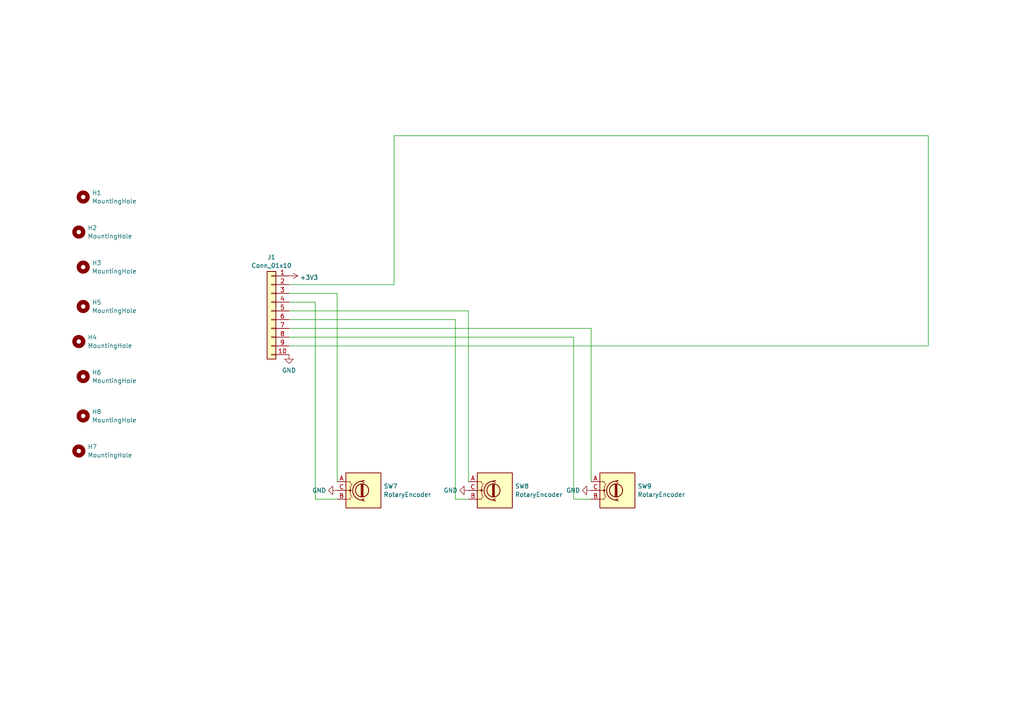
<source format=kicad_sch>
(kicad_sch (version 20231120) (generator "eeschema") (generator_version "8.0")
  (paper "A4")
  (lib_symbols
    (symbol "Connector_Generic:Conn_01x10" (pin_names (offset 1.016) hide)
      (property "Reference" "J" (at 0 12.7 0))
      (property "Value" "Conn_01x10" (at 0 -15.24 0))
      (symbol "Conn_01x10_1_1"
        (rectangle (start -1.27 -12.573) (end 0 -12.827) (stroke (width 0.1524)))
        (rectangle (start -1.27 -10.033) (end 0 -10.287) (stroke (width 0.1524)))
        (rectangle (start -1.27 -7.493) (end 0 -7.747) (stroke (width 0.1524)))
        (rectangle (start -1.27 -4.953) (end 0 -5.207) (stroke (width 0.1524)))
        (rectangle (start -1.27 -2.413) (end 0 -2.667) (stroke (width 0.1524)))
        (rectangle (start -1.27 0.127) (end 0 -0.127) (stroke (width 0.1524)))
        (rectangle (start -1.27 2.667) (end 0 2.413) (stroke (width 0.1524)))
        (rectangle (start -1.27 5.207) (end 0 4.953) (stroke (width 0.1524)))
        (rectangle (start -1.27 7.747) (end 0 7.493) (stroke (width 0.1524)))
        (rectangle (start -1.27 10.287) (end 0 10.033) (stroke (width 0.1524)))
        (rectangle (start -1.27 11.43) (end 1.27 -13.97) (stroke (width 0.254)) (fill (type background)))
        (pin passive line (at -5.08 10.16 0) (length 3.81) (name "Pin_1") (number "1"))
        (pin passive line (at -5.08 -12.7 0) (length 3.81) (name "Pin_10") (number "10"))
        (pin passive line (at -5.08 7.62 0) (length 3.81) (name "Pin_2") (number "2"))
        (pin passive line (at -5.08 5.08 0) (length 3.81) (name "Pin_3") (number "3"))
        (pin passive line (at -5.08 2.54 0) (length 3.81) (name "Pin_4") (number "4"))
        (pin passive line (at -5.08 0 0) (length 3.81) (name "Pin_5") (number "5"))
        (pin passive line (at -5.08 -2.54 0) (length 3.81) (name "Pin_6") (number "6"))
        (pin passive line (at -5.08 -5.08 0) (length 3.81) (name "Pin_7") (number "7"))
        (pin passive line (at -5.08 -7.62 0) (length 3.81) (name "Pin_8") (number "8"))
        (pin passive line (at -5.08 -10.16 0) (length 3.81) (name "Pin_9") (number "9"))
      )
    )
    (symbol "Device:RotaryEncoder" (pin_names (offset 0.254) hide)
      (property "Reference" "SW" (at 0 6.604 0))
      (property "Value" "RotaryEncoder" (at 0 -6.604 0))
      (symbol "RotaryEncoder_0_1"
        (rectangle (start -5.08 5.08) (end 5.08 -5.08) (stroke (width 0.254)) (fill (type background)))
        (circle (center -3.81 0) (radius 0.254) (fill (type outline)))
        (circle (center -0.381 0) (radius 1.905) (stroke (width 0.254)))
        (arc (start -0.381 2.667) (mid -3.0988 -0.0635) (end -0.381 -2.794) (stroke (width 0.254)))
        (polyline (pts (xy -0.635 -1.778) (xy -0.635 1.778)) (stroke (width 0.254)))
        (polyline (pts (xy -0.381 -1.778) (xy -0.381 1.778)) (stroke (width 0.254)))
        (polyline (pts (xy -0.127 1.778) (xy -0.127 -1.778)) (stroke (width 0.254)))
        (polyline (pts (xy -5.08 -2.54) (xy -3.81 -2.54) (xy -3.81 -2.032)))
        (polyline (pts (xy -5.08 2.54) (xy -3.81 2.54) (xy -3.81 2.032)))
        (polyline (pts (xy 0.254 -3.048) (xy -0.508 -2.794) (xy 0.127 -2.413)) (stroke (width 0.254)))
        (polyline (pts (xy 0.254 2.921) (xy -0.508 2.667) (xy 0.127 2.286)) (stroke (width 0.254)))
        (polyline (pts (xy -5.08 0) (xy -3.81 0) (xy -3.81 -1.016) (xy -3.302 -2.032)))
        (polyline (pts (xy -4.318 0) (xy -3.81 0) (xy -3.81 1.016) (xy -3.302 2.032)))
      )
      (symbol "RotaryEncoder_1_1"
        (pin passive line (at -7.62 2.54 0) (length 2.54) (name "A") (number "A"))
        (pin passive line (at -7.62 -2.54 0) (length 2.54) (name "B") (number "B"))
        (pin passive line (at -7.62 0 0) (length 2.54) (name "C") (number "C"))
      )
    )
    (symbol "Mechanical:MountingHole" (pin_names (offset 1.016)) (exclude_from_sim yes) (in_bom no)
      (property "Reference" "H" (at 0 5.08 0))
      (property "Value" "MountingHole" (at 0 3.175 0))
      (symbol "MountingHole_0_1"
        (circle (center 0 0) (radius 1.27) (stroke (width 1.27)))
      )
    )
    (symbol "power:+3V3" (power) (pin_names (offset 0))
      (property "Value" "+3V3" (at 0 3.556 0))
      (symbol "+3V3_0_1"
        (polyline (pts (xy -0.762 1.27) (xy 0 2.54)))
        (polyline (pts (xy 0 0) (xy 0 2.54)))
        (polyline (pts (xy 0 2.54) (xy 0.762 1.27)))
      )
      (symbol "+3V3_1_1"
        (pin power_in line (at 0 0 90) (length 0) hide (name "+3V3") (number "1"))
      )
    )
    (symbol "power:GND" (power) (pin_names (offset 0))
      (property "Value" "GND" (at 0 -3.81 0))
      (symbol "GND_0_1"
        (polyline (pts (xy 0 0) (xy 0 -1.27) (xy 1.27 -1.27) (xy 0 -2.54) (xy -1.27 -1.27) (xy 0 -1.27)))
      )
      (symbol "GND_1_1"
        (pin power_in line (at 0 0 270) (length 0) hide (name "GND") (number "1"))
      )
    )
  )
  (wire (pts (xy 83.82 100.33) (xy 269.24 100.33)))
  (wire (pts (xy 166.37 144.78) (xy 171.45 144.78)))
  (wire (pts (xy 83.82 97.79) (xy 166.37 97.79)))
  (wire (pts (xy 114.3 39.37) (xy 269.24 39.37)))
  (wire (pts (xy 135.89 90.17) (xy 135.89 139.7)))
  (wire (pts (xy 171.45 95.25) (xy 171.45 139.7)))
  (wire (pts (xy 132.08 144.78) (xy 135.89 144.78)))
  (wire (pts (xy 83.82 85.09) (xy 97.79 85.09)))
  (wire (pts (xy 83.82 95.25) (xy 171.45 95.25)))
  (wire (pts (xy 132.08 92.71) (xy 132.08 144.78)))
  (wire (pts (xy 91.44 144.78) (xy 97.79 144.78)))
  (wire (pts (xy 83.82 82.55) (xy 114.3 82.55)))
  (wire (pts (xy 91.44 87.63) (xy 91.44 144.78)))
  (wire (pts (xy 83.82 92.71) (xy 132.08 92.71)))
  (wire (pts (xy 166.37 97.79) (xy 166.37 144.78)))
  (wire (pts (xy 83.82 87.63) (xy 91.44 87.63)))
  (wire (pts (xy 83.82 90.17) (xy 135.89 90.17)))
  (wire (pts (xy 269.24 39.37) (xy 269.24 100.33)))
  (wire (pts (xy 97.79 85.09) (xy 97.79 139.7)))
  (wire (pts (xy 114.3 82.55) (xy 114.3 39.37)))
  (symbol (lib_id "Mechanical:MountingHole") (at 24.13 120.65 0) (unit 1) (exclude_from_sim yes) (in_bom no)
    (property "Reference" "H8" (at 26.67 119.4378 0) (effects (justify left)))
    (property "Value" "MountingHole" (at 26.67 121.8621 0) (effects (justify left)))
    (property "Footprint" "MountingHole:MountingHole_3.2mm_M3" (effects (hide yes)))
    (property "Description" "Mounting Hole without connection" (effects (hide yes)))
  )
  (symbol (lib_id "Device:RotaryEncoder") (at 105.41 142.24 0) (unit 1)
    (property "Reference" "SW7" (at 111.252 141.0278 0) (effects (justify left)))
    (property "Value" "RotaryEncoder" (at 111.252 143.4521 0) (effects (justify left)))
    (property "Footprint" "Anyma06:RotaryEncoder_Alps_EC12E_HV-Combo" (effects (hide yes)))
    (property "Description" "Rotary encoder, dual channel, incremental quadrate outputs" (effects (hide yes)))
  )
  (symbol (lib_id "Mechanical:MountingHole") (at 22.86 67.31 0) (unit 1) (exclude_from_sim yes) (in_bom no)
    (property "Reference" "H2" (at 25.4 66.0978 0) (effects (justify left)))
    (property "Value" "MountingHole" (at 25.4 68.5221 0) (effects (justify left)))
    (property "Footprint" "MountingHole:MountingHole_3.2mm_M3" (effects (hide yes)))
    (property "Description" "Mounting Hole without connection" (effects (hide yes)))
  )
  (symbol (lib_id "power:GND") (at 171.45 142.24 270) (unit 1)
    (property "Reference" "#PWR02" (effects (hide yes)))
    (property "Value" "GND" (at 168.2751 142.24 90) (effects (justify right)))
  )
  (symbol (lib_id "power:GND") (at 97.79 142.24 270) (unit 1)
    (property "Reference" "#PWR020" (effects (hide yes)))
    (property "Value" "GND" (at 94.6151 142.24 90) (effects (justify right)))
  )
  (symbol (lib_id "power:+3V3") (at 83.82 80.01 270) (unit 1)
    (property "Reference" "#PWR03" (effects (hide yes)))
    (property "Value" "+3V3" (at 86.995 80.489 90) (effects (justify left)))
  )
  (symbol (lib_id "Mechanical:MountingHole") (at 24.13 88.9 0) (unit 1) (exclude_from_sim yes) (in_bom no)
    (property "Reference" "H5" (at 26.67 87.6878 0) (effects (justify left)))
    (property "Value" "MountingHole" (at 26.67 90.1121 0) (effects (justify left)))
    (property "Footprint" "MountingHole:MountingHole_3.2mm_M3" (effects (hide yes)))
    (property "Description" "Mounting Hole without connection" (effects (hide yes)))
  )
  (symbol (lib_id "power:GND") (at 83.82 102.87 0) (unit 1)
    (property "Reference" "#PWR04" (effects (hide yes)))
    (property "Value" "GND" (at 83.82 107.4325 0))
  )
  (symbol (lib_id "power:GND") (at 135.89 142.24 270) (unit 1)
    (property "Reference" "#PWR01" (effects (hide yes)))
    (property "Value" "GND" (at 132.7151 142.24 90) (effects (justify right)))
  )
  (symbol (lib_id "Device:RotaryEncoder") (at 143.51 142.24 0) (unit 1)
    (property "Reference" "SW8" (at 149.352 141.0278 0) (effects (justify left)))
    (property "Value" "RotaryEncoder" (at 149.352 143.4521 0) (effects (justify left)))
    (property "Footprint" "Anyma06:RotaryEncoder_Alps_EC12E_HV-Combo" (effects (hide yes)))
    (property "Description" "Rotary encoder, dual channel, incremental quadrate outputs" (effects (hide yes)))
  )
  (symbol (lib_id "Device:RotaryEncoder") (at 179.07 142.24 0) (unit 1)
    (property "Reference" "SW9" (at 184.912 141.0278 0) (effects (justify left)))
    (property "Value" "RotaryEncoder" (at 184.912 143.4521 0) (effects (justify left)))
    (property "Footprint" "Anyma06:RotaryEncoder_Alps_EC12E_HV-Combo" (effects (hide yes)))
    (property "Description" "Rotary encoder, dual channel, incremental quadrate outputs" (effects (hide yes)))
  )
  (symbol (lib_id "Mechanical:MountingHole") (at 22.86 130.81 0) (unit 1) (exclude_from_sim yes) (in_bom no)
    (property "Reference" "H7" (at 25.4 129.5978 0) (effects (justify left)))
    (property "Value" "MountingHole" (at 25.4 132.0221 0) (effects (justify left)))
    (property "Footprint" "MountingHole:MountingHole_3.2mm_M3" (effects (hide yes)))
    (property "Description" "Mounting Hole without connection" (effects (hide yes)))
  )
  (symbol (lib_id "Mechanical:MountingHole") (at 24.13 109.22 0) (unit 1) (exclude_from_sim yes) (in_bom no)
    (property "Reference" "H6" (at 26.67 108.0078 0) (effects (justify left)))
    (property "Value" "MountingHole" (at 26.67 110.4321 0) (effects (justify left)))
    (property "Footprint" "MountingHole:MountingHole_3.2mm_M3" (effects (hide yes)))
    (property "Description" "Mounting Hole without connection" (effects (hide yes)))
  )
  (symbol (lib_id "Connector_Generic:Conn_01x10") (at 78.74 90.17 0) (mirror y) (unit 1)
    (property "Reference" "J1" (at 78.74 74.5955 0))
    (property "Value" "Conn_01x10" (at 78.74 77.0198 0))
    (property "Footprint" "Connector_IDC:IDC-Header_2x05_P2.54mm_Vertical" (effects (hide yes)))
    (property "Description" "Generic connector, single row, 01x10, script generated (kicad-library-utils/schlib/autogen/connector/)" (effects (hide yes)))
  )
  (symbol (lib_id "Mechanical:MountingHole") (at 22.86 99.06 0) (unit 1) (exclude_from_sim yes) (in_bom no)
    (property "Reference" "H4" (at 25.4 97.8478 0) (effects (justify left)))
    (property "Value" "MountingHole" (at 25.4 100.2721 0) (effects (justify left)))
    (property "Footprint" "MountingHole:MountingHole_3.2mm_M3" (effects (hide yes)))
    (property "Description" "Mounting Hole without connection" (effects (hide yes)))
  )
  (symbol (lib_id "Mechanical:MountingHole") (at 24.13 77.47 0) (unit 1) (exclude_from_sim yes) (in_bom no)
    (property "Reference" "H3" (at 26.67 76.2578 0) (effects (justify left)))
    (property "Value" "MountingHole" (at 26.67 78.6821 0) (effects (justify left)))
    (property "Footprint" "MountingHole:MountingHole_3.2mm_M3" (effects (hide yes)))
    (property "Description" "Mounting Hole without connection" (effects (hide yes)))
  )
  (symbol (lib_id "Mechanical:MountingHole") (at 24.13 57.15 0) (unit 1) (exclude_from_sim yes) (in_bom no)
    (property "Reference" "H1" (at 26.67 55.9378 0) (effects (justify left)))
    (property "Value" "MountingHole" (at 26.67 58.3621 0) (effects (justify left)))
    (property "Footprint" "MountingHole:MountingHole_3.2mm_M3" (effects (hide yes)))
    (property "Description" "Mounting Hole without connection" (effects (hide yes)))
  )
)
</source>
